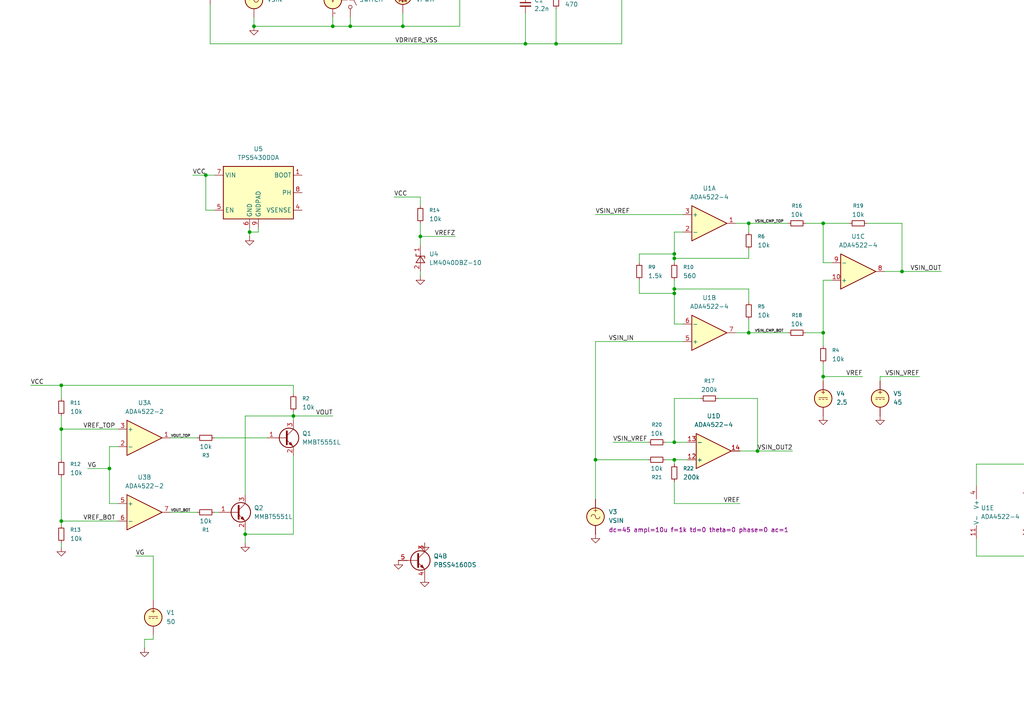
<source format=kicad_sch>
(kicad_sch (version 20250114) (generator "eeschema") (generator_version "9.0")
  (paper "A4")
  (junction (at 152.4 12.7))
  (junction (at 195.58 74.93))
  (junction (at 161.29 12.7))
  (junction (at 261.62 78.74))
  (junction (at 322.58 161.29))
  (junction (at 322.58 134.62))
  (junction (at 238.76 96.52))
  (junction (at 161.29 -3.81))
  (junction (at 101.6 -35.56))
  (junction (at 73.66 7.62))
  (junction (at 341.63 147.32))
  (junction (at 195.58 133.35))
  (junction (at 17.78 151.13))
  (junction (at 96.52 -35.56))
  (junction (at 238.76 109.22))
  (junction (at 195.58 73.66))
  (junction (at 17.78 111.76))
  (junction (at 161.29 -35.56))
  (junction (at 219.71 130.81))
  (junction (at 60.96 -13.97))
  (junction (at 96.52 -10.16))
  (junction (at 217.17 64.77))
  (junction (at 298.45 161.29))
  (junction (at 161.29 -20.32))
  (junction (at 116.84 7.62))
  (junction (at 17.78 124.46))
  (junction (at 331.47 161.29))
  (junction (at 31.75 135.89))
  (junction (at 172.72 133.35))
  (junction (at 121.92 68.58))
  (junction (at 71.12 154.94))
  (junction (at 217.17 96.52))
  (junction (at 311.15 161.29))
  (junction (at 101.6 7.62))
  (junction (at 96.52 7.62))
  (junction (at 195.58 85.09))
  (junction (at 238.76 64.77))
  (junction (at 341.63 161.29))
  (junction (at 72.39 67.31))
  (junction (at 331.47 134.62))
  (junction (at 298.45 134.62))
  (junction (at 195.58 83.82))
  (junction (at 59.69 50.8))
  (junction (at 195.58 128.27))
  (junction (at 85.09 120.65))
  (junction (at 311.15 134.62))
  (wire (pts (xy 121.92 57.15) (xy 121.92 59.69)))
  (wire (pts (xy 172.72 133.35) (xy 172.72 144.78)))
  (wire (pts (xy 261.62 78.74) (xy 273.05 78.74)))
  (wire (pts (xy 85.09 119.38) (xy 85.09 120.65)))
  (wire (pts (xy 121.92 78.74) (xy 121.92 80.01)))
  (wire (pts (xy 195.58 74.93) (xy 217.17 74.93)))
  (wire (pts (xy 41.91 185.42) (xy 41.91 187.96)))
  (wire (pts (xy 72.39 67.31) (xy 72.39 68.58)))
  (wire (pts (xy 214.63 146.05) (xy 195.58 146.05)))
  (wire (pts (xy 71.12 153.67) (xy 71.12 154.94)))
  (wire (pts (xy 195.58 67.31) (xy 195.58 73.66)))
  (wire (pts (xy 116.84 -10.16) (xy 119.38 -10.16)))
  (wire (pts (xy 31.75 129.54) (xy 34.29 129.54)))
  (wire (pts (xy 190.5 -5.08) (xy 190.5 -7.62)))
  (wire (pts (xy 96.52 7.62) (xy 101.6 7.62)))
  (wire (pts (xy 195.58 93.98) (xy 195.58 85.09)))
  (wire (pts (xy 133.35 -2.54) (xy 133.35 7.62)))
  (wire (pts (xy 213.36 64.77) (xy 217.17 64.77)))
  (wire (pts (xy 283.21 134.62) (xy 298.45 134.62)))
  (wire (pts (xy 195.58 133.35) (xy 199.39 133.35)))
  (wire (pts (xy 85.09 154.94) (xy 71.12 154.94)))
  (wire (pts (xy 238.76 64.77) (xy 238.76 76.2)))
  (wire (pts (xy 311.15 139.7) (xy 311.15 134.62)))
  (wire (pts (xy 59.69 60.96) (xy 59.69 50.8)))
  (wire (pts (xy 331.47 160.02) (xy 331.47 161.29)))
  (wire (pts (xy 261.62 78.74) (xy 256.54 78.74)))
  (wire (pts (xy 311.15 161.29) (xy 322.58 161.29)))
  (wire (pts (xy 198.12 93.98) (xy 195.58 93.98)))
  (wire (pts (xy 121.92 68.58) (xy 121.92 71.12)))
  (wire (pts (xy 73.66 7.62) (xy 96.52 7.62)))
  (wire (pts (xy 238.76 109.22) (xy 238.76 110.49)))
  (wire (pts (xy 161.29 12.7) (xy 180.34 12.7)))
  (wire (pts (xy 331.47 149.86) (xy 331.47 134.62)))
  (wire (pts (xy 101.6 -17.78) (xy 101.6 -5.08)))
  (wire (pts (xy 17.78 111.76) (xy 17.78 115.57)))
  (wire (pts (xy 55.88 -13.97) (xy 60.96 -13.97)))
  (wire (pts (xy 195.58 81.28) (xy 195.58 83.82)))
  (wire (pts (xy 217.17 92.71) (xy 217.17 96.52)))
  (wire (pts (xy 193.04 128.27) (xy 195.58 128.27)))
  (wire (pts (xy 238.76 96.52) (xy 238.76 100.33)))
  (wire (pts (xy 311.15 134.62) (xy 322.58 134.62)))
  (wire (pts (xy 17.78 138.43) (xy 17.78 151.13)))
  (wire (pts (xy 233.68 64.77) (xy 238.76 64.77)))
  (wire (pts (xy 57.15 127) (xy 49.53 127)))
  (wire (pts (xy 71.12 120.65) (xy 85.09 120.65)))
  (wire (pts (xy 172.72 99.06) (xy 198.12 99.06)))
  (wire (pts (xy 161.29 -20.32) (xy 161.29 -15.24)))
  (wire (pts (xy 101.6 7.62) (xy 101.6 5.08)))
  (wire (pts (xy 233.68 96.52) (xy 238.76 96.52)))
  (wire (pts (xy 219.71 115.57) (xy 219.71 130.81)))
  (wire (pts (xy 195.58 83.82) (xy 217.17 83.82)))
  (wire (pts (xy 31.75 135.89) (xy 31.75 129.54)))
  (wire (pts (xy 298.45 156.21) (xy 298.45 161.29)))
  (wire (pts (xy 161.29 -35.56) (xy 161.29 -31.75)))
  (wire (pts (xy 238.76 81.28) (xy 238.76 96.52)))
  (wire (pts (xy 152.4 -1.27) (xy 152.4 -3.81)))
  (wire (pts (xy 60.96 -17.78) (xy 60.96 -13.97)))
  (wire (pts (xy 121.92 68.58) (xy 132.08 68.58)))
  (wire (pts (xy 31.75 146.05) (xy 31.75 135.89)))
  (wire (pts (xy 161.29 -35.56) (xy 180.34 -35.56)))
  (wire (pts (xy 17.78 124.46) (xy 34.29 124.46)))
  (wire (pts (xy 185.42 73.66) (xy 195.58 73.66)))
  (wire (pts (xy 74.93 67.31) (xy 72.39 67.31)))
  (wire (pts (xy 17.78 124.46) (xy 17.78 133.35)))
  (wire (pts (xy 219.71 130.81) (xy 214.63 130.81)))
  (wire (pts (xy 311.15 154.94) (xy 311.15 161.29)))
  (wire (pts (xy 322.58 153.67) (xy 322.58 161.29)))
  (wire (pts (xy 62.23 148.59) (xy 63.5 148.59)))
  (wire (pts (xy 219.71 130.81) (xy 229.87 130.81)))
  (wire (pts (xy 17.78 151.13) (xy 34.29 151.13)))
  (wire (pts (xy 238.76 105.41) (xy 238.76 109.22)))
  (wire (pts (xy 55.88 50.8) (xy 59.69 50.8)))
  (wire (pts (xy 17.78 111.76) (xy 85.09 111.76)))
  (wire (pts (xy 74.93 66.04) (xy 74.93 67.31)))
  (wire (pts (xy 73.66 -10.16) (xy 73.66 -5.08)))
  (wire (pts (xy 195.58 115.57) (xy 195.58 128.27)))
  (wire (pts (xy 322.58 134.62) (xy 322.58 138.43)))
  (wire (pts (xy 261.62 64.77) (xy 261.62 78.74)))
  (wire (pts (xy 195.58 85.09) (xy 195.58 83.82)))
  (wire (pts (xy 341.63 134.62) (xy 331.47 134.62)))
  (wire (pts (xy 96.52 -17.78) (xy 96.52 -10.16)))
  (wire (pts (xy 298.45 134.62) (xy 311.15 134.62)))
  (wire (pts (xy 213.36 96.52) (xy 217.17 96.52)))
  (wire (pts (xy 161.29 -26.67) (xy 161.29 -20.32)))
  (wire (pts (xy 198.12 67.31) (xy 195.58 67.31)))
  (wire (pts (xy 331.47 134.62) (xy 331.47 132.08)))
  (wire (pts (xy 326.39 132.08) (xy 331.47 132.08)))
  (wire (pts (xy 217.17 96.52) (xy 228.6 96.52)))
  (wire (pts (xy 208.28 115.57) (xy 219.71 115.57)))
  (wire (pts (xy 17.78 158.75) (xy 17.78 157.48)))
  (wire (pts (xy 182.88 -20.32) (xy 204.47 -20.32)))
  (wire (pts (xy 77.47 127) (xy 62.23 127)))
  (wire (pts (xy 161.29 -5.08) (xy 161.29 -3.81)))
  (wire (pts (xy 283.21 156.21) (xy 283.21 161.29)))
  (wire (pts (xy 161.29 2.54) (xy 161.29 12.7)))
  (wire (pts (xy 238.76 109.22) (xy 250.19 109.22)))
  (wire (pts (xy 73.66 -10.16) (xy 96.52 -10.16)))
  (wire (pts (xy 41.91 185.42) (xy 44.45 185.42)))
  (wire (pts (xy 114.3 57.15) (xy 121.92 57.15)))
  (wire (pts (xy 60.96 -27.94) (xy 60.96 -35.56)))
  (wire (pts (xy 60.96 -13.97) (xy 60.96 -8.89)))
  (wire (pts (xy 283.21 161.29) (xy 298.45 161.29)))
  (wire (pts (xy 322.58 134.62) (xy 331.47 134.62)))
  (wire (pts (xy 185.42 85.09) (xy 195.58 85.09)))
  (wire (pts (xy 172.72 133.35) (xy 187.96 133.35)))
  (wire (pts (xy 34.29 146.05) (xy 31.75 146.05)))
  (wire (pts (xy 152.4 3.81) (xy 152.4 12.7)))
  (wire (pts (xy 185.42 76.2) (xy 185.42 73.66)))
  (wire (pts (xy 8.89 111.76) (xy 17.78 111.76)))
  (wire (pts (xy 255.27 109.22) (xy 266.7 109.22)))
  (wire (pts (xy 180.34 -10.16) (xy 180.34 12.7)))
  (wire (pts (xy 71.12 143.51) (xy 71.12 120.65)))
  (wire (pts (xy 217.17 64.77) (xy 217.17 67.31)))
  (wire (pts (xy 177.8 128.27) (xy 187.96 128.27)))
  (wire (pts (xy 172.72 99.06) (xy 172.72 133.35)))
  (wire (pts (xy 116.84 3.81) (xy 116.84 7.62)))
  (wire (pts (xy 283.21 140.97) (xy 283.21 134.62)))
  (wire (pts (xy 195.58 134.62) (xy 195.58 133.35)))
  (wire (pts (xy 195.58 73.66) (xy 195.58 74.93)))
  (wire (pts (xy 298.45 140.97) (xy 298.45 134.62)))
  (wire (pts (xy 341.63 157.48) (xy 341.63 161.29)))
  (wire (pts (xy 341.63 142.24) (xy 341.63 147.32)))
  (wire (pts (xy 152.4 12.7) (xy 161.29 12.7)))
  (wire (pts (xy 57.15 148.59) (xy 49.53 148.59)))
  (wire (pts (xy 121.92 64.77) (xy 121.92 68.58)))
  (wire (pts (xy 25.4 135.89) (xy 31.75 135.89)))
  (wire (pts (xy 101.6 -35.56) (xy 161.29 -35.56)))
  (wire (pts (xy 96.52 -35.56) (xy 101.6 -35.56)))
  (wire (pts (xy 298.45 161.29) (xy 311.15 161.29)))
  (wire (pts (xy 199.39 128.27) (xy 195.58 128.27)))
  (wire (pts (xy 96.52 -35.56) (xy 96.52 -27.94)))
  (wire (pts (xy 60.96 1.27) (xy 60.96 12.7)))
  (wire (pts (xy 85.09 132.08) (xy 85.09 154.94)))
  (wire (pts (xy 217.17 83.82) (xy 217.17 87.63)))
  (wire (pts (xy 60.96 -35.56) (xy 96.52 -35.56)))
  (wire (pts (xy 251.46 64.77) (xy 261.62 64.77)))
  (wire (pts (xy 238.76 81.28) (xy 241.3 81.28)))
  (wire (pts (xy 59.69 50.8) (xy 62.23 50.8)))
  (wire (pts (xy 39.37 161.29) (xy 44.45 161.29)))
  (wire (pts (xy 85.09 120.65) (xy 85.09 121.92)))
  (wire (pts (xy 172.72 62.23) (xy 198.12 62.23)))
  (wire (pts (xy 217.17 72.39) (xy 217.17 74.93)))
  (wire (pts (xy 73.66 5.08) (xy 73.66 7.62)))
  (wire (pts (xy 341.63 134.62) (xy 341.63 137.16)))
  (wire (pts (xy 341.63 147.32) (xy 341.63 152.4)))
  (wire (pts (xy 161.29 -20.32) (xy 172.72 -20.32)))
  (wire (pts (xy 96.52 -10.16) (xy 96.52 -5.08)))
  (wire (pts (xy 96.52 7.62) (xy 96.52 5.08)))
  (wire (pts (xy 217.17 64.77) (xy 228.6 64.77)))
  (wire (pts (xy 180.34 -35.56) (xy 180.34 -30.48)))
  (wire (pts (xy 322.58 161.29) (xy 331.47 161.29)))
  (wire (pts (xy 62.23 60.96) (xy 59.69 60.96)))
  (wire (pts (xy 60.96 12.7) (xy 152.4 12.7)))
  (wire (pts (xy 238.76 76.2) (xy 241.3 76.2)))
  (wire (pts (xy 17.78 152.4) (xy 17.78 151.13)))
  (wire (pts (xy 116.84 7.62) (xy 101.6 7.62)))
  (wire (pts (xy 193.04 133.35) (xy 195.58 133.35)))
  (wire (pts (xy 133.35 7.62) (xy 116.84 7.62)))
  (wire (pts (xy 85.09 114.3) (xy 85.09 111.76)))
  (wire (pts (xy 185.42 81.28) (xy 185.42 85.09)))
  (wire (pts (xy 255.27 109.22) (xy 255.27 110.49)))
  (wire (pts (xy 44.45 184.15) (xy 44.45 185.42)))
  (wire (pts (xy 96.52 120.65) (xy 85.09 120.65)))
  (wire (pts (xy 101.6 -35.56) (xy 101.6 -27.94)))
  (wire (pts (xy 195.58 115.57) (xy 203.2 115.57)))
  (wire (pts (xy 71.12 154.94) (xy 71.12 157.48)))
  (wire (pts (xy 124.46 -10.16) (xy 128.27 -10.16)))
  (wire (pts (xy 72.39 66.04) (xy 72.39 67.31)))
  (wire (pts (xy 44.45 161.29) (xy 44.45 173.99)))
  (wire (pts (xy 341.63 147.32) (xy 347.98 147.32)))
  (wire (pts (xy 195.58 146.05) (xy 195.58 139.7)))
  (wire (pts (xy 116.84 -10.16) (xy 116.84 -6.35)))
  (wire (pts (xy 161.29 -3.81) (xy 161.29 -2.54)))
  (wire (pts (xy 238.76 64.77) (xy 246.38 64.77)))
  (wire (pts (xy 138.43 -10.16) (xy 153.67 -10.16)))
  (wire (pts (xy 195.58 74.93) (xy 195.58 76.2)))
  (wire (pts (xy 152.4 -3.81) (xy 161.29 -3.81)))
  (wire (pts (xy 331.47 161.29) (xy 341.63 161.29)))
  (wire (pts (xy 17.78 120.65) (xy 17.78 124.46)))
  (label "VOUT_TOP" (at 49.53 127 0) (effects (font (size 0.762 0.762))))
  (label "VDRIVER_BASE" (at 161.29 -20.32 180))
  (label "VREFZ" (at 132.08 68.58 180))
  (label "VSIN_CMP_BOT" (at 227.33 96.52 180) (effects (font (size 0.762 0.762))))
  (label "VSIN_VREF" (at 266.7 109.22 180))
  (label "VREF_TOP" (at 24.13 124.46 0))
  (label "VREF" (at 214.63 146.05 180))
  (label "VSIN_CMP_TOP" (at 227.33 64.77 180) (effects (font (size 0.762 0.762))))
  (label "VDRIVER_VSS" (at 127 12.7 180))
  (label "VSIN_IN" (at 176.53 99.06 0))
  (label "VOUT" (at 96.52 120.65 180))
  (label "VSIN_OUT" (at 273.05 78.74 180))
  (label "VCC" (at 55.88 50.8 0))
  (label "VMID" (at 347.98 147.32 180))
  (label "VCC" (at 114.3 57.15 0))
  (label "VREF_BOT" (at 24.13 151.13 0))
  (label "VSIN_VREF" (at 172.72 62.23 0))
  (label "VOUT_BOT" (at 49.53 148.59 0) (effects (font (size 0.762 0.762))))
  (label "VDRIVER_OUT" (at 204.47 -20.32 180))
  (label "VREF" (at 250.19 109.22 180))
  (label "VDRIVER_SW" (at 150.495 -10.16 180))
  (label "VDRIVER_IN" (at 90.17 -10.16 180))
  (label "VCC" (at 8.89 111.76 0))
  (label "VG" (at 25.4 135.89 0))
  (label "VCC" (at 326.39 132.08 0))
  (label "VSIN_VREF" (at 177.8 128.27 0))
  (label "VG" (at 39.37 161.29 0))
  (label "VSIN_OUT2" (at 229.87 130.81 180))
  (label "VDRIVER_VCC" (at 125.73 -35.56 180))
  (symbol (lib_id "Simulation_SPICE:VDC") (at 44.45 179.07 0) (unit 1) (exclude_from_sim yes)
    (property "Reference" "V1" (at 48.26 177.6701 0) (effects (justify left)))
    (property "Value" "50" (at 48.26 180.34 0) (effects (justify left)))
    (property "Datasheet" "https://ngspice.sourceforge.io/docs/ngspice-html-manual/manual.xhtml#sec_Independent_Sources_for" (effects (hide yes)))
    (property "Description" "Voltage source, DC" (effects (hide yes)))
    (property "Sim.Pins" "1=+ 2=-" (effects (hide yes)))
    (property "Sim.Type" "DC" (effects (hide yes)))
    (property "Sim.Device" "V" (effects (hide yes)))
  )
  (symbol (lib_id "Simulation_SPICE:VDC") (at 255.27 115.57 0) (unit 1) (exclude_from_sim yes)
    (property "Reference" "V5" (at 259.08 114.1701 0) (effects (justify left)))
    (property "Value" "45" (at 259.08 116.7101 0) (effects (justify left)))
    (property "Datasheet" "https://ngspice.sourceforge.io/docs/ngspice-html-manual/manual.xhtml#sec_Independent_Sources_for" (effects (hide yes)))
    (property "Description" "Voltage source, DC" (effects (hide yes)))
    (property "Sim.Pins" "1=+ 2=-" (effects (hide yes)))
    (property "Sim.Type" "DC" (effects (hide yes)))
    (property "Sim.Device" "V" (effects (hide yes)))
  )
  (symbol (lib_id "Device:R_Small") (at 161.29 0 180) (unit 1)
    (property "Reference" "R23" (at 163.83 -1.2701 0) (effects (font (size 1.016 1.016)) (justify right)))
    (property "Value" "470" (at 163.83 1.2699 0) (effects (justify right)))
    (property "Description" "Resistor, small symbol" (effects (hide yes)))
    (property "Sim.Device" "R" (effects (hide yes)))
    (property "Sim.Pins" "1=+ 2=-" (effects (hide yes)))
  )
  (symbol (lib_id "Device:R_Small") (at 248.92 64.77 270) (unit 1) (exclude_from_sim yes)
    (property "Reference" "R19" (at 248.92 59.69 90) (effects (font (size 1.016 1.016))))
    (property "Value" "10k" (at 248.92 62.23 90))
    (property "Description" "Resistor, small symbol" (effects (hide yes)))
    (property "Sim.Device" "R" (effects (hide yes)))
    (property "Sim.Pins" "1=+ 2=-" (effects (hide yes)))
  )
  (symbol (lib_id "power:GND") (at 190.5 -5.08 0) (unit 1)
    (property "Reference" "#PWR015" (effects (hide yes)))
    (property "Value" "GND" (effects (hide yes)))
    (property "Description" "Power symbol creates a global label with name \"GND\" , ground" (effects (hide yes)))
  )
  (symbol (lib_id "Simulation_SPICE:VSIN") (at 73.66 0 0) (unit 1)
    (property "Reference" "V8" (at 77.47 -2.6699 0) (effects (justify left)))
    (property "Value" "VSIN" (at 77.47 -0.1299 0) (effects (justify left)))
    (property "Datasheet" "https://ngspice.sourceforge.io/docs/ngspice-html-manual/manual.xhtml#sec_Independent_Sources_for" (effects (hide yes)))
    (property "Description" "Voltage source, sinusoidal" (effects (hide yes)))
    (property "Sim.Pins" "1=+ 2=-" (effects (hide yes)))
    (property "Sim.Params" "dc=2.5 ampl=2.5 f=1k td=0 theta=0 phase=0 ac=1" (effects (hide yes)))
    (property "Sim.Type" "SIN" (effects (hide yes)))
    (property "Sim.Device" "V" (effects (hide yes)))
  )
  (symbol (lib_id "Device:R_Small") (at 195.58 137.16 180) (unit 1) (exclude_from_sim yes)
    (property "Reference" "R22" (at 198.12 135.8899 0) (effects (font (size 1.016 1.016)) (justify right)))
    (property "Value" "200k" (at 198.12 138.4299 0) (effects (justify right)))
    (property "Description" "Resistor, small symbol" (effects (hide yes)))
    (property "Sim.Device" "R" (effects (hide yes)))
    (property "Sim.Pins" "1=+ 2=-" (effects (hide yes)))
  )
  (symbol (lib_id "Device:R_Small") (at 59.69 127 270) (mirror x) (unit 1) (exclude_from_sim yes)
    (property "Reference" "R3" (at 59.69 132.08 90) (effects (font (size 1.016 1.016))))
    (property "Value" "10k" (at 59.69 129.54 90))
    (property "Description" "Resistor, small symbol" (effects (hide yes)))
    (property "Sim.Device" "R" (effects (hide yes)))
    (property "Sim.Pins" "1=+ 2=-" (effects (hide yes)))
  )
  (symbol (lib_id "Device:R_Small") (at 341.63 139.7 180) (unit 1) (exclude_from_sim yes)
    (property "Reference" "R7" (at 344.17 138.4299 0) (effects (font (size 1.016 1.016)) (justify right)))
    (property "Value" "10k" (at 344.17 140.9699 0) (effects (justify right)))
    (property "Description" "Resistor, small symbol" (effects (hide yes)))
    (property "Sim.Device" "R" (effects (hide yes)))
    (property "Sim.Pins" "1=+ 2=-" (effects (hide yes)))
  )
  (symbol (lib_id "Simulation_SPICE:SWITCH") (at 101.6 0 0) (unit 1)
    (property "Reference" "S2" (at 104.14 -2.6671 0) (effects (justify left)))
    (property "Value" "SWITCH" (at 104.14 -0.1271 0) (effects (justify left)))
    (property "Datasheet" "https://ngspice.sourceforge.io/docs/ngspice-html-manual/manual.xhtml#subsec_Switches" (effects (hide yes)))
    (property "Description" "Voltage controlled switch symbol for simulation only" (effects (hide yes)))
    (property "Sim.Device" "SW" (effects (hide yes)))
    (property "Sim.Type" "V" (effects (hide yes)))
    (property "Sim.Params" "thr=5 his=5 ron=1 ic=on" (effects (hide yes)))
    (property "Sim.Pins" "1=no+ 2=no- 3=ctrl+ 4=ctrl-" (effects (hide yes)))
  )
  (symbol (lib_id "Device:R_Small") (at 17.78 154.94 180) (unit 1) (exclude_from_sim yes)
    (property "Reference" "R13" (at 20.32 153.6699 0) (effects (font (size 1.016 1.016)) (justify right)))
    (property "Value" "10k" (at 20.32 156.2099 0) (effects (justify right)))
    (property "Description" "Resistor, small symbol" (effects (hide yes)))
    (property "Sim.Device" "R" (effects (hide yes)))
    (property "Sim.Pins" "1=+ 2=-" (effects (hide yes)))
  )
  (symbol (lib_id "power:GND") (at 115.57 162.56 0) (unit 1) (exclude_from_sim yes)
    (property "Reference" "#PWR011" (effects (hide yes)))
    (property "Value" "GND" (effects (hide yes)))
    (property "Description" "Power symbol creates a global label with name \"GND\" , ground" (effects (hide yes)))
  )
  (symbol (lib_id "Device:R_Small") (at 195.58 78.74 180) (unit 1) (exclude_from_sim yes)
    (property "Reference" "R10" (at 198.12 77.4699 0) (effects (font (size 1.016 1.016)) (justify right)))
    (property "Value" "560" (at 198.12 80.0099 0) (effects (justify right)))
    (property "Description" "Resistor, small symbol" (effects (hide yes)))
    (property "Sim.Device" "R" (effects (hide yes)))
    (property "Sim.Pins" "1=+ 2=-" (effects (hide yes)))
  )
  (symbol (lib_id "power:GND") (at 73.66 7.62 0) (unit 1)
    (property "Reference" "#PWR016" (effects (hide yes)))
    (property "Value" "GND" (effects (hide yes)))
    (property "Description" "Power symbol creates a global label with name \"GND\" , ground" (effects (hide yes)))
  )
  (symbol (lib_id "Device:R_Small") (at 231.14 96.52 270) (unit 1) (exclude_from_sim yes)
    (property "Reference" "R18" (at 231.14 91.44 90) (effects (font (size 1.016 1.016))))
    (property "Value" "10k" (at 231.14 93.98 90))
    (property "Description" "Resistor, small symbol" (effects (hide yes)))
    (property "Sim.Device" "R" (effects (hide yes)))
    (property "Sim.Pins" "1=+ 2=-" (effects (hide yes)))
  )
  (symbol (lib_id "power:GND") (at 341.63 161.29 0) (unit 1) (exclude_from_sim yes)
    (property "Reference" "#PWR07" (effects (hide yes)))
    (property "Value" "GND" (effects (hide yes)))
    (property "Description" "Power symbol creates a global label with name \"GND\" , ground" (effects (hide yes)))
  )
  (symbol (lib_name "VPWM_1") (lib_id "mixlib-sim-vsource:VPWM") (at 116.84 -1.27 0) (unit 1)
    (property "Reference" "V10" (at 120.65 -2.6699 0) (effects (justify left)))
    (property "Value" "VPWM" (at 120.65 -0.1299 0) (effects (justify left)))
    (property "Datasheet" "https://ngspice.sourceforge.io/docs/ngspice-html-manual/manual.xhtml#sec_Independent_Sources_for" (effects (hide yes)))
    (property "Description" "Fixed PWM oscillator" (effects (hide yes)))
    (property "Sim.Pins" "1=out+ 2=out-" (effects (hide yes)))
    (property "Sim.Device" "SUBCKT" (effects (hide yes)))
    (property "Sim.Library" "${MIXLIB_KICAD_SPICE_DIR}/mixlib-sim-vsource/PWM.cir" (effects (hide yes)))
    (property "Sim.Name" "PWM" (effects (hide yes)))
    (property "Sim.Params" "vlo=0 vhi=5" (effects (hide yes)))
  )
  (symbol (lib_id "power:GND") (at 121.92 80.01 0) (unit 1) (exclude_from_sim yes)
    (property "Reference" "#PWR04" (effects (hide yes)))
    (property "Value" "GND" (effects (hide yes)))
    (property "Description" "Power symbol creates a global label with name \"GND\" , ground" (effects (hide yes)))
  )
  (symbol (lib_id "power:GND") (at 238.76 120.65 0) (unit 1) (exclude_from_sim yes)
    (property "Reference" "#PWR05" (effects (hide yes)))
    (property "Value" "GND" (effects (hide yes)))
    (property "Description" "Power symbol creates a global label with name \"GND\" , ground" (effects (hide yes)))
  )
  (symbol (lib_id "power:GND") (at 72.39 68.58 0) (unit 1)
    (property "Reference" "#PWR09" (effects (hide yes)))
    (property "Value" "GND" (effects (hide yes)))
    (property "Description" "Power symbol creates a global label with name \"GND\" , ground" (effects (hide yes)))
  )
  (symbol (lib_id "mixlib-analog-opamp:MCP6404") (at 361.95 106.68 0) (mirror x) (unit 4) (exclude_from_sim yes)
    (property "Reference" "U2" (at 368.3 100.33 0))
    (property "Value" "MCP6404" (at 368.3 102.87 0))
    (property "Footprint" "Package_SO:SOIC-14_3.9x8.7mm_P1.27mm" (effects (hide yes)))
    (property "Datasheet" "https://ww1.microchip.com/downloads/aemDocuments/documents/MSLD/ProductDocuments/DataSheets/MCP6401-Data-Sheet-DS20002229.pdf" (effects (hide yes)))
    (property "Description" "1 MHz, 45 μA, 6V Dual Op-Amp" (effects (hide yes)))
    (property "Sim.Device" "SUBCKT" (effects (hide yes)))
    (property "Sim.Library" "spice/mixlib-analog-opamp/MCP6404.cir" (effects (hide yes)))
    (property "Sim.Name" "MCP6404" (effects (hide yes)))
    (property "Sim.Pins" "1=VOUTA 2=VINA- 3=VINA+ 4=VDD 5=VINB+ 6=VINB- 7=VOUTB 8=VOUTC 9=VINC- 10=VINC+ 11=VSS 12=VIND+ 13=VIND- 14=VOUTD" (effects (hide yes)))
  )
  (symbol (lib_id "mixlib-analog-opamp:ADA4522-4") (at 207.01 130.81 0) (mirror x) (unit 4) (exclude_from_sim yes)
    (property "Reference" "U1" (at 207.01 120.65 0))
    (property "Value" "ADA4522-4" (at 207.01 123.19 0))
    (property "Datasheet" "https://www.analog.com/media/en/technical-documentation/data-sheets/ada4522-1_4522-2_4522-4.pdf" (effects (hide yes)))
    (property "Description" "55 V supply, 5uV max Vos, 3MHz GBW, EMI Enhanced, Zero Drift, 5.8 nV/√Hz, RRO quad operational amplifiers" (effects (hide yes)))
    (property "Sim.Device" "SUBCKT" (effects (hide yes)))
    (property "Sim.Library" "${MIXLIB_KICAD_SPICE_DIR}/mixlib-analog-opamp/ADA4522-4.cir" (effects (hide yes)))
    (property "Sim.Name" "ADA4522-4" (effects (hide yes)))
    (property "Sim.Pins" "1=OUTA 2=INA- 3=INA+ 4=V+ 5=INB+ 6=INB- 7=OUTB 8=OUTC 9=INC- 10=INC+ 11=V- 12=IND+ 13=IND- 14=OUTD" (effects (hide yes)))
  )
  (symbol (lib_id "mixlib-analog-opamp:ADA4522-2") (at 41.91 127 0) (unit 1) (exclude_from_sim yes)
    (property "Reference" "U3" (at 41.91 116.84 0))
    (property "Value" "ADA4522-2" (at 41.91 119.38 0))
    (property "Datasheet" "https://www.analog.com/media/en/technical-documentation/data-sheets/ada4522-1_4522-2_4522-4.pdf" (effects (hide yes)))
    (property "Description" "55 V supply, 5uV max Vos, 3MHz GBW, EMI Enhanced, Zero Drift, 5.8 nV/√Hz, RRO dual operational amplifiers" (effects (hide yes)))
    (property "Sim.Library" "spice/mixlib-analog-opamp/ADA4522-2.cir" (effects (hide yes)))
    (property "Sim.Name" "ADA4522-2" (effects (hide yes)))
    (property "Sim.Device" "SUBCKT" (effects (hide yes)))
    (property "Sim.Pins" "1=OUTA 2=INA- 3=INA+ 4=V- 5=INB+ 6=INB- 7=OUTB 8=V+" (effects (hide yes)))
  )
  (symbol (lib_id "Device:R_Small") (at 85.09 116.84 180) (unit 1) (exclude_from_sim yes)
    (property "Reference" "R2" (at 87.63 115.5699 0) (effects (font (size 1.016 1.016)) (justify right)))
    (property "Value" "10k" (at 87.63 118.1099 0) (effects (justify right)))
    (property "Description" "Resistor, small symbol" (effects (hide yes)))
    (property "Sim.Device" "R" (effects (hide yes)))
    (property "Sim.Pins" "1=+ 2=-" (effects (hide yes)))
  )
  (symbol (lib_id "Device:R_Small") (at 341.63 154.94 180) (unit 1) (exclude_from_sim yes)
    (property "Reference" "R8" (at 344.17 153.6699 0) (effects (font (size 1.016 1.016)) (justify right)))
    (property "Value" "10k" (at 344.17 156.2099 0) (effects (justify right)))
    (property "Description" "Resistor, small symbol" (effects (hide yes)))
    (property "Sim.Device" "R" (effects (hide yes)))
    (property "Sim.Pins" "1=+ 2=-" (effects (hide yes)))
  )
  (symbol (lib_id "Device:R_Small") (at 190.5 133.35 270) (mirror x) (unit 1) (exclude_from_sim yes)
    (property "Reference" "R21" (at 190.5 138.43 90) (effects (font (size 1.016 1.016))))
    (property "Value" "10k" (at 190.5 135.89 90))
    (property "Description" "Resistor, small symbol" (effects (hide yes)))
    (property "Sim.Device" "R" (effects (hide yes)))
    (property "Sim.Pins" "1=+ 2=-" (effects (hide yes)))
  )
  (symbol (lib_id "power:GND") (at 17.78 158.75 0) (unit 1) (exclude_from_sim yes)
    (property "Reference" "#PWR02" (effects (hide yes)))
    (property "Value" "GND" (effects (hide yes)))
    (property "Description" "Power symbol creates a global label with name \"GND\" , ground" (effects (hide yes)))
  )
  (symbol (lib_id "Device:R_Small") (at 17.78 135.89 180) (unit 1) (exclude_from_sim yes)
    (property "Reference" "R12" (at 20.32 134.6199 0) (effects (font (size 1.016 1.016)) (justify right)))
    (property "Value" "10k" (at 20.32 137.1599 0) (effects (justify right)))
    (property "Description" "Resistor, small symbol" (effects (hide yes)))
    (property "Sim.Device" "R" (effects (hide yes)))
    (property "Sim.Pins" "1=+ 2=-" (effects (hide yes)))
  )
  (symbol (lib_id "mixlib-discrete-npnpnp:PMD3001D") (at 180.34 -25.4 0) (unit 1)
    (property "Reference" "Q3" (at 187.96 -26.7402 0))
    (property "Value" "PMD3001D" (at 187.96 -24.2002 0))
    (property "Footprint" "mixlib-generic-sot:SC-74_SOT-457_NEX" (effects (hide yes)))
    (property "Datasheet" "https://assets.nexperia.com/documents/data-sheet/PMD3001D.pdf" (effects (hide yes)))
    (property "Description" "40V 1A 580mW MOSFET driver NPN/PNP transistor pair connected as push-pull driver" (effects (hide yes)))
    (property "Sim.Library" "${MIXLIB_KICAD_SPICE_DIR}/mixlib-discrete-npnpnp/PMD3001D.cir" (effects (hide yes)))
    (property "Sim.Name" "PMD3001D" (effects (hide yes)))
    (property "Sim.Device" "SUBCKT" (effects (hide yes)))
    (property "Sim.Pins" "1=B 2=C2_1 3=C2_2 4=E 5=C1_1 6=C1_2" (effects (hide yes)))
  )
  (symbol (lib_id "Simulation_SPICE:VDC") (at 60.96 -3.81 180) (unit 1)
    (property "Reference" "V7" (at 64.77 -4.9503 0) (effects (justify right)))
    (property "Value" "-5" (at 64.77 -2.4103 0) (effects (justify right)))
    (property "Datasheet" "https://ngspice.sourceforge.io/docs/ngspice-html-manual/manual.xhtml#sec_Independent_Sources_for" (effects (hide yes)))
    (property "Description" "Voltage source, DC" (effects (hide yes)))
    (property "Sim.Pins" "1=+ 2=-" (effects (hide yes)))
    (property "Sim.Type" "DC" (effects (hide yes)))
    (property "Sim.Device" "V" (effects (hide yes)))
  )
  (symbol (lib_id "Device:R_Small") (at 161.29 -29.21 180) (unit 1)
    (property "Reference" "R15" (at 163.83 -30.4801 0) (effects (font (size 1.016 1.016)) (justify right)))
    (property "Value" "4.7k" (at 163.83 -27.9401 0) (effects (justify right)))
    (property "Description" "Resistor, small symbol" (effects (hide yes)))
    (property "Sim.Device" "R" (effects (hide yes)))
    (property "Sim.Pins" "1=+ 2=-" (effects (hide yes)))
  )
  (symbol (lib_id "mixlib-analog-opamp:ADA4522-2") (at 325.12 146.05 0) (unit 3) (exclude_from_sim yes)
    (property "Reference" "U3" (at 323.85 144.7799 0) (effects (justify left)))
    (property "Value" "ADA4522-2" (at 323.85 147.3199 0) (effects (justify left)))
    (property "Datasheet" "https://www.analog.com/media/en/technical-documentation/data-sheets/ada4522-1_4522-2_4522-4.pdf" (effects (hide yes)))
    (property "Description" "55 V supply, 5uV max Vos, 3MHz GBW, EMI Enhanced, Zero Drift, 5.8 nV/√Hz, RRO dual operational amplifiers" (effects (hide yes)))
    (property "Sim.Library" "spice/mixlib-analog-opamp/ADA4522-2.cir" (effects (hide yes)))
    (property "Sim.Name" "ADA4522-2" (effects (hide yes)))
    (property "Sim.Device" "SUBCKT" (effects (hide yes)))
    (property "Sim.Pins" "1=OUTA 2=INA- 3=INA+ 4=V- 5=INB+ 6=INB- 7=OUTB 8=V+" (effects (hide yes)))
  )
  (symbol (lib_id "mixlib-analog-opamp:ADA4522-4") (at 248.92 78.74 0) (mirror x) (unit 3) (exclude_from_sim yes)
    (property "Reference" "U1" (at 248.92 68.58 0))
    (property "Value" "ADA4522-4" (at 248.92 71.12 0))
    (property "Datasheet" "https://www.analog.com/media/en/technical-documentation/data-sheets/ada4522-1_4522-2_4522-4.pdf" (effects (hide yes)))
    (property "Description" "55 V supply, 5uV max Vos, 3MHz GBW, EMI Enhanced, Zero Drift, 5.8 nV/√Hz, RRO quad operational amplifiers" (effects (hide yes)))
    (property "Sim.Device" "SUBCKT" (effects (hide yes)))
    (property "Sim.Library" "${MIXLIB_KICAD_SPICE_DIR}/mixlib-analog-opamp/ADA4522-4.cir" (effects (hide yes)))
    (property "Sim.Name" "ADA4522-4" (effects (hide yes)))
    (property "Sim.Pins" "1=OUTA 2=INA- 3=INA+ 4=V+ 5=INB+ 6=INB- 7=OUTB 8=OUTC 9=INC- 10=INC+ 11=V- 12=IND+ 13=IND- 14=OUTD" (effects (hide yes)))
  )
  (symbol (lib_id "mixlib-discrete-npnpnp:MMDT5451") (at 133.35 -10.16 270) (mirror x) (unit 2)
    (property "Reference" "Q5" (at 133.35 -15.875 90))
    (property "Value" "MMDT5451" (at 133.35 -13.335 90))
    (property "Footprint" "mixlib-generic-sot:SOT-363_SC-70-6" (effects (hide yes)))
    (property "Datasheet" "https://www.diodes.com/datasheet/download/MMDT5451.pdf" (effects (hide yes)))
    (property "Description" "160V 0.2A 0.32W COMPLEMENTARY NPN / PNP SMALL SIGNAL TRANSISTOR IN SOT363" (effects (hide yes)))
    (property "Sim.Device" "SUBCKT" (effects (hide yes)))
    (property "Sim.Library" "${MIXLIB_KICAD_SPICE_DIR}/mixlib-discrete-npnpnp/MMDT5451.cir" (effects (hide yes)))
    (property "Sim.Name" "MMDT5451" (effects (hide yes)))
    (property "Sim.Pins" "1=C1 2=B1 3=C2 4=E2 5=B2 6=E1" (effects (hide yes)))
  )
  (symbol (lib_id "Device:R_Small") (at 121.92 -10.16 270) (unit 1)
    (property "Reference" "R25" (at 121.92 -15.24 90) (effects (font (size 1.016 1.016))))
    (property "Value" "10k" (at 121.92 -12.7 90))
    (property "Description" "Resistor, small symbol" (effects (hide yes)))
    (property "Sim.Device" "R" (effects (hide yes)))
    (property "Sim.Pins" "1=+ 2=-" (effects (hide yes)))
  )
  (symbol (lib_id "Device:R_Small") (at 238.76 102.87 180) (unit 1) (exclude_from_sim yes)
    (property "Reference" "R4" (at 241.3 101.5999 0) (effects (font (size 1.016 1.016)) (justify right)))
    (property "Value" "10k" (at 241.3 104.1399 0) (effects (justify right)))
    (property "Description" "Resistor, small symbol" (effects (hide yes)))
    (property "Sim.Device" "R" (effects (hide yes)))
    (property "Sim.Pins" "1=+ 2=-" (effects (hide yes)))
  )
  (symbol (lib_id "mixlib-analog-opamp:MCP6404") (at 408.94 57.15 0) (mirror x) (unit 3) (exclude_from_sim yes)
    (property "Reference" "U2" (at 410.21 46.99 0))
    (property "Value" "MCP6404" (at 410.21 49.53 0))
    (property "Footprint" "Package_SO:SOIC-14_3.9x8.7mm_P1.27mm" (effects (hide yes)))
    (property "Datasheet" "https://ww1.microchip.com/downloads/aemDocuments/documents/MSLD/ProductDocuments/DataSheets/MCP6401-Data-Sheet-DS20002229.pdf" (effects (hide yes)))
    (property "Description" "1 MHz, 45 μA, 6V Dual Op-Amp" (effects (hide yes)))
    (property "Sim.Device" "SUBCKT" (effects (hide yes)))
    (property "Sim.Library" "spice/mixlib-analog-opamp/MCP6404.cir" (effects (hide yes)))
    (property "Sim.Name" "MCP6404" (effects (hide yes)))
    (property "Sim.Pins" "1=VOUTA 2=VINA- 3=VINA+ 4=VDD 5=VINB+ 6=VINB- 7=VOUTB 8=VOUTC 9=VINC- 10=VINC+ 11=VSS 12=VIND+ 13=VIND- 14=VOUTD" (effects (hide yes)))
  )
  (symbol (lib_id "mixlib-analog-opamp:ADA4522-2") (at 41.91 148.59 0) (unit 2) (exclude_from_sim yes)
    (property "Reference" "U3" (at 41.91 138.43 0))
    (property "Value" "ADA4522-2" (at 41.91 140.97 0))
    (property "Datasheet" "https://www.analog.com/media/en/technical-documentation/data-sheets/ada4522-1_4522-2_4522-4.pdf" (effects (hide yes)))
    (property "Description" "55 V supply, 5uV max Vos, 3MHz GBW, EMI Enhanced, Zero Drift, 5.8 nV/√Hz, RRO dual operational amplifiers" (effects (hide yes)))
    (property "Sim.Library" "spice/mixlib-analog-opamp/ADA4522-2.cir" (effects (hide yes)))
    (property "Sim.Name" "ADA4522-2" (effects (hide yes)))
    (property "Sim.Device" "SUBCKT" (effects (hide yes)))
    (property "Sim.Pins" "1=OUTA 2=INA- 3=INA+ 4=V- 5=INB+ 6=INB- 7=OUTB 8=V+" (effects (hide yes)))
  )
  (symbol (lib_id "Reference_Voltage:LM4040DBZ-10") (at 121.92 74.93 90) (unit 1) (exclude_from_sim yes)
    (property "Reference" "U4" (at 124.46 73.6599 90) (effects (justify right)))
    (property "Value" "LM4040DBZ-10" (at 124.46 76.1999 90) (effects (justify right)))
    (property "Footprint" "Package_TO_SOT_SMD:SOT-23" (effects (hide yes)))
    (property "Datasheet" "http://www.ti.com/lit/ds/symlink/lm4040-n.pdf" (effects (hide yes)))
    (property "Description" "10.00V Precision Micropower Shunt Voltage Reference, SOT-23" (effects (hide yes)))
    (property "Sim.Library" "spice/mixlib-discrete-vref/vendor/ti/TI_LM4040_NB10P0_TRANS.cir" (effects (hide yes)))
    (property "Sim.Name" "LM4040_NB10P0" (effects (hide yes)))
    (property "Sim.Device" "SUBCKT" (effects (hide yes)))
    (property "Sim.Pins" "1=V+ 2=V-" (effects (hide yes)))
  )
  (symbol (lib_id "Simulation_SPICE:SWITCH") (at 101.6 -22.86 0) (unit 1)
    (property "Reference" "S1" (at 104.14 -25.5271 0) (effects (justify left)))
    (property "Value" "SWITCH" (at 104.14 -22.9871 0) (effects (justify left)))
    (property "Datasheet" "https://ngspice.sourceforge.io/docs/ngspice-html-manual/manual.xhtml#subsec_Switches" (effects (hide yes)))
    (property "Description" "Voltage controlled switch symbol for simulation only" (effects (hide yes)))
    (property "Sim.Device" "SW" (effects (hide yes)))
    (property "Sim.Type" "V" (effects (hide yes)))
    (property "Sim.Params" "thr=0 his=5 ron=1 ic=off" (effects (hide yes)))
    (property "Sim.Pins" "1=no+ 2=no- 3=ctrl+ 4=ctrl-" (effects (hide yes)))
  )
  (symbol (lib_id "mixlib-analog-opamp:ADA4522-4") (at 285.75 148.59 0) (unit 5) (exclude_from_sim yes)
    (property "Reference" "U1" (at 284.48 147.3199 0) (effects (justify left)))
    (property "Value" "ADA4522-4" (at 284.48 149.8599 0) (effects (justify left)))
    (property "Datasheet" "https://www.analog.com/media/en/technical-documentation/data-sheets/ada4522-1_4522-2_4522-4.pdf" (effects (hide yes)))
    (property "Description" "55 V supply, 5uV max Vos, 3MHz GBW, EMI Enhanced, Zero Drift, 5.8 nV/√Hz, RRO quad operational amplifiers" (effects (hide yes)))
    (property "Sim.Device" "SUBCKT" (effects (hide yes)))
    (property "Sim.Library" "${MIXLIB_KICAD_SPICE_DIR}/mixlib-analog-opamp/ADA4522-4.cir" (effects (hide yes)))
    (property "Sim.Name" "ADA4522-4" (effects (hide yes)))
    (property "Sim.Pins" "1=OUTA 2=INA- 3=INA+ 4=V+ 5=INB+ 6=INB- 7=OUTB 8=OUTC 9=INC- 10=INC+ 11=V- 12=IND+ 13=IND- 14=OUTD" (effects (hide yes)))
  )
  (symbol (lib_id "Device:R_Small") (at 59.69 148.59 270) (mirror x) (unit 1) (exclude_from_sim yes)
    (property "Reference" "R1" (at 59.69 153.67 90) (effects (font (size 1.016 1.016))))
    (property "Value" "10k" (at 59.69 151.13 90))
    (property "Description" "Resistor, small symbol" (effects (hide yes)))
    (property "Sim.Device" "R" (effects (hide yes)))
    (property "Sim.Pins" "1=+ 2=-" (effects (hide yes)))
  )
  (symbol (lib_id "power:GND") (at 172.72 154.94 0) (unit 1) (exclude_from_sim yes)
    (property "Reference" "#PWR03" (effects (hide yes)))
    (property "Value" "GND" (effects (hide yes)))
    (property "Description" "Power symbol creates a global label with name \"GND\" , ground" (effects (hide yes)))
  )
  (symbol (lib_id "Simulation_SPICE:VSIN") (at 172.72 149.86 0) (unit 1) (exclude_from_sim yes)
    (property "Reference" "V3" (at 176.53 148.4601 0) (effects (justify left)))
    (property "Value" "VSIN" (at 176.53 151.0001 0) (effects (justify left)))
    (property "Datasheet" "https://ngspice.sourceforge.io/docs/ngspice-html-manual/manual.xhtml#sec_Independent_Sources_for" (effects (hide yes)))
    (property "Description" "Voltage source, sinusoidal" (effects (hide yes)))
    (property "Sim.Pins" "1=+ 2=-" (effects (hide yes)))
    (property "Sim.Params" "dc=45 ampl=10u f=1k td=0 theta=0 phase=0 ac=1" (at 176.53 153.67 0) (effects (justify left)))
    (property "Sim.Type" "SIN" (effects (hide yes)))
    (property "Sim.Device" "V" (effects (hide yes)))
  )
  (symbol (lib_id "mixlib-discrete-npn:MMBT5551L") (at 68.58 148.59 0) (unit 1) (exclude_from_sim yes)
    (property "Reference" "Q2" (at 73.66 147.3199 0) (effects (justify left)))
    (property "Value" "MMBT5551L" (at 73.66 149.8599 0) (effects (justify left)))
    (property "Footprint" "Package_TO_SOT_SMD:SOT-23" (effects (hide yes)))
    (property "Datasheet" "www.onsemi.com/pub/Collateral/MMBT5550LT1-D.PDF" (effects (hide yes)))
    (property "Description" "0.6A Ic, 160V Vce, NPN Transistor, SOT-23" (effects (hide yes)))
    (property "Sim.Library" "spice/mixlib-discrete-npn/MMBT5551L.cir" (effects (hide yes)))
    (property "Sim.Name" "MMBT5551L" (effects (hide yes)))
    (property "Sim.Device" "SUBCKT" (effects (hide yes)))
    (property "Sim.Pins" "1=B 2=E 3=C" (effects (hide yes)))
  )
  (symbol (lib_id "mixlib-analog-opamp:MCP6404") (at 365.76 43.18 0) (unit 1) (exclude_from_sim yes)
    (property "Reference" "U2" (at 367.03 33.02 0))
    (property "Value" "MCP6404" (at 367.03 35.56 0))
    (property "Footprint" "Package_SO:SOIC-14_3.9x8.7mm_P1.27mm" (effects (hide yes)))
    (property "Datasheet" "https://ww1.microchip.com/downloads/aemDocuments/documents/MSLD/ProductDocuments/DataSheets/MCP6401-Data-Sheet-DS20002229.pdf" (effects (hide yes)))
    (property "Description" "1 MHz, 45 μA, 6V Dual Op-Amp" (effects (hide yes)))
    (property "Sim.Device" "SUBCKT" (effects (hide yes)))
    (property "Sim.Library" "spice/mixlib-analog-opamp/MCP6404.cir" (effects (hide yes)))
    (property "Sim.Name" "MCP6404" (effects (hide yes)))
    (property "Sim.Pins" "1=VOUTA 2=VINA- 3=VINA+ 4=VDD 5=VINB+ 6=VINB- 7=VOUTB 8=VOUTC 9=VINC- 10=VINC+ 11=VSS 12=VIND+ 13=VIND- 14=VOUTD" (effects (hide yes)))
  )
  (symbol (lib_id "Simulation_SPICE:VDC") (at 238.76 115.57 0) (unit 1) (exclude_from_sim yes)
    (property "Reference" "V4" (at 242.57 114.1701 0) (effects (justify left)))
    (property "Value" "2.5" (at 242.57 116.7101 0) (effects (justify left)))
    (property "Datasheet" "https://ngspice.sourceforge.io/docs/ngspice-html-manual/manual.xhtml#sec_Independent_Sources_for" (effects (hide yes)))
    (property "Description" "Voltage source, DC" (effects (hide yes)))
    (property "Sim.Pins" "1=+ 2=-" (effects (hide yes)))
    (property "Sim.Type" "DC" (effects (hide yes)))
    (property "Sim.Device" "V" (effects (hide yes)))
  )
  (symbol (lib_id "Device:R_Small") (at 205.74 115.57 270) (unit 1) (exclude_from_sim yes)
    (property "Reference" "R17" (at 205.74 110.49 90) (effects (font (size 1.016 1.016))))
    (property "Value" "200k" (at 205.74 113.03 90))
    (property "Description" "Resistor, small symbol" (effects (hide yes)))
    (property "Sim.Device" "R" (effects (hide yes)))
    (property "Sim.Pins" "1=+ 2=-" (effects (hide yes)))
  )
  (symbol (lib_id "mixlib-analog-opamp:ADA4522-4") (at 205.74 64.77 0) (unit 1) (exclude_from_sim yes)
    (property "Reference" "U1" (at 205.74 54.61 0))
    (property "Value" "ADA4522-4" (at 205.74 57.15 0))
    (property "Datasheet" "https://www.analog.com/media/en/technical-documentation/data-sheets/ada4522-1_4522-2_4522-4.pdf" (effects (hide yes)))
    (property "Description" "55 V supply, 5uV max Vos, 3MHz GBW, EMI Enhanced, Zero Drift, 5.8 nV/√Hz, RRO quad operational amplifiers" (effects (hide yes)))
    (property "Sim.Device" "SUBCKT" (effects (hide yes)))
    (property "Sim.Library" "${MIXLIB_KICAD_SPICE_DIR}/mixlib-analog-opamp/ADA4522-4.cir" (effects (hide yes)))
    (property "Sim.Name" "ADA4522-4" (effects (hide yes)))
    (property "Sim.Pins" "1=OUTA 2=INA- 3=INA+ 4=V+ 5=INB+ 6=INB- 7=OUTB 8=OUTC 9=INC- 10=INC+ 11=V- 12=IND+ 13=IND- 14=OUTD" (effects (hide yes)))
  )
  (symbol (lib_id "power:GND") (at 255.27 120.65 0) (unit 1) (exclude_from_sim yes)
    (property "Reference" "#PWR08" (effects (hide yes)))
    (property "Value" "GND" (effects (hide yes)))
    (property "Description" "Power symbol creates a global label with name \"GND\" , ground" (effects (hide yes)))
  )
  (symbol (lib_id "mixlib-discrete-npnpnp:MMDT5451") (at 161.29 -10.16 0) (unit 1)
    (property "Reference" "Q5" (at 163.83 -11.4301 0) (effects (justify left)))
    (property "Value" "MMDT5451" (at 163.83 -8.8901 0) (effects (justify left)))
    (property "Footprint" "mixlib-generic-sot:SOT-363_SC-70-6" (effects (hide yes)))
    (property "Datasheet" "https://www.diodes.com/datasheet/download/MMDT5451.pdf" (effects (hide yes)))
    (property "Description" "160V 0.2A 0.32W COMPLEMENTARY NPN / PNP SMALL SIGNAL TRANSISTOR IN SOT363" (effects (hide yes)))
    (property "Sim.Device" "SUBCKT" (effects (hide yes)))
    (property "Sim.Library" "${MIXLIB_KICAD_SPICE_DIR}/mixlib-discrete-npnpnp/MMDT5451.cir" (effects (hide yes)))
    (property "Sim.Name" "MMDT5451" (effects (hide yes)))
    (property "Sim.Pins" "1=C1 2=B1 3=C2 4=E2 5=B2 6=E1" (effects (hide yes)))
  )
  (symbol (lib_id "mixlib-pmic-vreg:TPS5430DDA") (at 74.93 55.88 0) (unit 1)
    (property "Reference" "U5" (at 74.93 43.18 0))
    (property "Value" "TPS5430DDA" (at 74.93 45.72 0))
    (property "Footprint" "Package_SO:TI_SO-PowerPAD-8_ThermalVias" (effects (hide yes)))
    (property "Datasheet" "http://www.ti.com/lit/ds/symlink/tps5430.pdf" (effects (hide yes)))
    (property "Description" "3A, Step Down Swift Converter, Adjustable Output Voltage, 5.5-36V Input Voltage, PowerSO-8" (effects (hide yes)))
    (property "Sim.Library" "${MIXLIB_KICAD_SPICE_DIR}/mixlib-pmic-vreg/TPS5430_TRANS.cir" (effects (hide yes)))
    (property "Sim.Name" "TPS5430_TRANS" (effects (hide yes)))
    (property "Sim.Device" "SUBCKT" (effects (hide yes)))
    (property "Sim.Pins" "1=BOOT 2=NC 3=NC1 4=VSENSE 5=ENA 6=GND 7=VIN 8=PH 9=PAD" (effects (hide yes)))
  )
  (symbol (lib_id "mixlib-analog-opamp:MCP6404") (at 298.45 148.59 0) (mirror y) (unit 5) (exclude_from_sim yes)
    (property "Reference" "U2" (at 299.72 149.8601 0) (effects (justify right)))
    (property "Value" "MCP6404" (at 299.72 147.3201 0) (effects (justify right)))
    (property "Footprint" "Package_SO:SOIC-14_3.9x8.7mm_P1.27mm" (effects (hide yes)))
    (property "Datasheet" "https://ww1.microchip.com/downloads/aemDocuments/documents/MSLD/ProductDocuments/DataSheets/MCP6401-Data-Sheet-DS20002229.pdf" (effects (hide yes)))
    (property "Description" "1 MHz, 45 μA, 6V Dual Op-Amp" (effects (hide yes)))
    (property "Sim.Device" "SUBCKT" (effects (hide yes)))
    (property "Sim.Library" "spice/mixlib-analog-opamp/MCP6404.cir" (effects (hide yes)))
    (property "Sim.Name" "MCP6404" (effects (hide yes)))
    (property "Sim.Pins" "1=VOUTA 2=VINA- 3=VINA+ 4=VDD 5=VINB+ 6=VINB- 7=VOUTB 8=VOUTC 9=VINC- 10=VINC+ 11=VSS 12=VIND+ 13=VIND- 14=VOUTD" (effects (hide yes)))
  )
  (symbol (lib_id "power:GND") (at 123.19 157.48 0) (unit 1) (exclude_from_sim yes)
    (property "Reference" "#PWR012" (effects (hide yes)))
    (property "Value" "GND" (effects (hide yes)))
    (property "Description" "Power symbol creates a global label with name \"GND\" , ground" (effects (hide yes)))
  )
  (symbol (lib_id "power:GND") (at 71.12 157.48 0) (unit 1) (exclude_from_sim yes)
    (property "Reference" "#PWR06" (effects (hide yes)))
    (property "Value" "GND" (effects (hide yes)))
    (property "Description" "Power symbol creates a global label with name \"GND\" , ground" (effects (hide yes)))
  )
  (symbol (lib_id "power:GND") (at 123.19 167.64 0) (unit 1) (exclude_from_sim yes)
    (property "Reference" "#PWR010" (effects (hide yes)))
    (property "Value" "GND" (effects (hide yes)))
    (property "Description" "Power symbol creates a global label with name \"GND\" , ground" (effects (hide yes)))
  )
  (symbol (lib_id "Device:R_Small") (at 121.92 62.23 180) (unit 1) (exclude_from_sim yes)
    (property "Reference" "R14" (at 124.46 60.9599 0) (effects (font (size 1.016 1.016)) (justify right)))
    (property "Value" "10k" (at 124.46 63.4999 0) (effects (justify right)))
    (property "Description" "Resistor, small symbol" (effects (hide yes)))
    (property "Sim.Device" "R" (effects (hide yes)))
    (property "Sim.Pins" "1=+ 2=-" (effects (hide yes)))
  )
  (symbol (lib_id "Device:R_Small") (at 190.5 128.27 270) (unit 1) (exclude_from_sim yes)
    (property "Reference" "R20" (at 190.5 123.19 90) (effects (font (size 1.016 1.016))))
    (property "Value" "10k" (at 190.5 125.73 90))
    (property "Description" "Resistor, small symbol" (effects (hide yes)))
    (property "Sim.Device" "R" (effects (hide yes)))
    (property "Sim.Pins" "1=+ 2=-" (effects (hide yes)))
  )
  (symbol (lib_id "mixlib-discrete-npn:MMBT5551L") (at 82.55 127 0) (unit 1) (exclude_from_sim yes)
    (property "Reference" "Q1" (at 87.63 125.7299 0) (effects (justify left)))
    (property "Value" "MMBT5551L" (at 87.63 128.2699 0) (effects (justify left)))
    (property "Footprint" "Package_TO_SOT_SMD:SOT-23" (effects (hide yes)))
    (property "Datasheet" "www.onsemi.com/pub/Collateral/MMBT5550LT1-D.PDF" (effects (hide yes)))
    (property "Description" "0.6A Ic, 160V Vce, NPN Transistor, SOT-23" (effects (hide yes)))
    (property "Sim.Library" "spice/mixlib-discrete-npn/MMBT5551L.cir" (effects (hide yes)))
    (property "Sim.Name" "MMBT5551L" (effects (hide yes)))
    (property "Sim.Device" "SUBCKT" (effects (hide yes)))
    (property "Sim.Pins" "1=B 2=E 3=C" (effects (hide yes)))
  )
  (symbol (lib_id "Device:R_Small") (at 190.5 -10.16 180) (unit 1)
    (property "Reference" "R24" (at 193.04 -11.4301 0) (effects (font (size 1.016 1.016)) (justify right)))
    (property "Value" "10k" (at 193.04 -8.8901 0) (effects (justify right)))
    (property "Description" "Resistor, small symbol" (effects (hide yes)))
    (property "Sim.Device" "R" (effects (hide yes)))
    (property "Sim.Pins" "1=+ 2=-" (effects (hide yes)))
  )
  (symbol (lib_id "mixlib-discrete-npn:PBSS4160DS") (at 120.65 162.56 0) (unit 2)
    (property "Reference" "Q4" (at 125.73 161.2899 0) (effects (justify left)))
    (property "Value" "PBSS4160DS" (at 125.73 163.8299 0) (effects (justify left)))
    (property "Footprint" "mixlib-generic-sot:SC-74_SOT-457_NEX" (effects (hide yes)))
    (property "Datasheet" "https://assets.nexperia.com/documents/data-sheet/PBSS4160DS.pdf" (effects (hide yes)))
    (property "Description" "60 V, 1A, 700mW NPN/NPN low VCEsat transistor" (effects (hide yes)))
    (property "Sim.Device" "SUBCKT" (effects (hide yes)))
    (property "Sim.Library" "${MIXLIB_KICAD_SPICE_DIR}/mixlib-discrete-npn/PBSS4160DS.cir" (effects (hide yes)))
    (property "Sim.Name" "PBSS4160DS" (effects (hide yes)))
    (property "Sim.Pins" "1=E1 2=B1 3=C2 4=E2 5=B2 6=C1" (effects (hide yes)))
  )
  (symbol (lib_id "Device:R_Small") (at 185.42 78.74 180) (unit 1) (exclude_from_sim yes)
    (property "Reference" "R9" (at 187.96 77.4699 0) (effects (font (size 1.016 1.016)) (justify right)))
    (property "Value" "1.5k" (at 187.96 80.0099 0) (effects (justify right)))
    (property "Description" "Resistor, small symbol" (effects (hide yes)))
    (property "Sim.Device" "R" (effects (hide yes)))
    (property "Sim.Pins" "1=+ 2=-" (effects (hide yes)))
  )
  (symbol (lib_id "Device:R_Small") (at 217.17 90.17 180) (unit 1) (exclude_from_sim yes)
    (property "Reference" "R5" (at 219.71 88.8999 0) (effects (font (size 1.016 1.016)) (justify right)))
    (property "Value" "10k" (at 219.71 91.4399 0) (effects (justify right)))
    (property "Description" "Resistor, small symbol" (effects (hide yes)))
    (property "Sim.Device" "R" (effects (hide yes)))
    (property "Sim.Pins" "1=+ 2=-" (effects (hide yes)))
  )
  (symbol (lib_id "power:GND") (at 55.88 -13.97 0) (unit 1)
    (property "Reference" "#PWR013" (effects (hide yes)))
    (property "Value" "GND" (effects (hide yes)))
    (property "Description" "Power symbol creates a global label with name \"GND\" , ground" (effects (hide yes)))
  )
  (symbol (lib_id "mixlib-analog-opamp:MCP6404") (at 365.76 74.93 0) (mirror x) (unit 2) (exclude_from_sim yes)
    (property "Reference" "U2" (at 367.03 64.77 0))
    (property "Value" "MCP6404" (at 367.03 67.31 0))
    (property "Footprint" "Package_SO:SOIC-14_3.9x8.7mm_P1.27mm" (effects (hide yes)))
    (property "Datasheet" "https://ww1.microchip.com/downloads/aemDocuments/documents/MSLD/ProductDocuments/DataSheets/MCP6401-Data-Sheet-DS20002229.pdf" (effects (hide yes)))
    (property "Description" "1 MHz, 45 μA, 6V Dual Op-Amp" (effects (hide yes)))
    (property "Sim.Device" "SUBCKT" (effects (hide yes)))
    (property "Sim.Library" "spice/mixlib-analog-opamp/MCP6404.cir" (effects (hide yes)))
    (property "Sim.Name" "MCP6404" (effects (hide yes)))
    (property "Sim.Pins" "1=VOUTA 2=VINA- 3=VINA+ 4=VDD 5=VINB+ 6=VINB- 7=VOUTB 8=VOUTC 9=VINC- 10=VINC+ 11=VSS 12=VIND+ 13=VIND- 14=VOUTD" (effects (hide yes)))
  )
  (symbol (lib_id "Simulation_SPICE:VDC") (at 60.96 -22.86 0) (unit 1)
    (property "Reference" "V6" (at 64.77 -24.2599 0) (effects (justify left)))
    (property "Value" "5" (at 64.77 -21.7199 0) (effects (justify left)))
    (property "Datasheet" "https://ngspice.sourceforge.io/docs/ngspice-html-manual/manual.xhtml#sec_Independent_Sources_for" (effects (hide yes)))
    (property "Description" "Voltage source, DC" (effects (hide yes)))
    (property "Sim.Pins" "1=+ 2=-" (effects (hide yes)))
    (property "Sim.Type" "DC" (effects (hide yes)))
    (property "Sim.Device" "V" (effects (hide yes)))
  )
  (symbol (lib_id "mixlib-analog-opamp:ADA4522-4") (at 205.74 96.52 0) (mirror x) (unit 2) (exclude_from_sim yes)
    (property "Reference" "U1" (at 205.74 86.36 0))
    (property "Value" "ADA4522-4" (at 205.74 88.9 0))
    (property "Datasheet" "https://www.analog.com/media/en/technical-documentation/data-sheets/ada4522-1_4522-2_4522-4.pdf" (effects (hide yes)))
    (property "Description" "55 V supply, 5uV max Vos, 3MHz GBW, EMI Enhanced, Zero Drift, 5.8 nV/√Hz, RRO quad operational amplifiers" (effects (hide yes)))
    (property "Sim.Device" "SUBCKT" (effects (hide yes)))
    (property "Sim.Library" "${MIXLIB_KICAD_SPICE_DIR}/mixlib-analog-opamp/ADA4522-4.cir" (effects (hide yes)))
    (property "Sim.Name" "ADA4522-4" (effects (hide yes)))
    (property "Sim.Pins" "1=OUTA 2=INA- 3=INA+ 4=V+ 5=INB+ 6=INB- 7=OUTB 8=OUTC 9=INC- 10=INC+ 11=V- 12=IND+ 13=IND- 14=OUTD" (effects (hide yes)))
  )
  (symbol (lib_id "Simulation_SPICE:VDC") (at 331.47 154.94 0) (unit 1) (exclude_from_sim yes)
    (property "Reference" "V2" (at 335.28 153.5401 0) (effects (justify left)))
    (property "Value" "50" (at 335.28 156.0801 0) (effects (justify left)))
    (property "Datasheet" "https://ngspice.sourceforge.io/docs/ngspice-html-manual/manual.xhtml#sec_Independent_Sources_for" (effects (hide yes)))
    (property "Description" "Voltage source, DC" (effects (hide yes)))
    (property "Sim.Pins" "1=+ 2=-" (effects (hide yes)))
    (property "Sim.Type" "DC" (effects (hide yes)))
    (property "Sim.Device" "V" (effects (hide yes)))
  )
  (symbol (lib_id "Device:R_Small") (at 17.78 118.11 180) (unit 1) (exclude_from_sim yes)
    (property "Reference" "R11" (at 20.32 116.8399 0) (effects (font (size 1.016 1.016)) (justify right)))
    (property "Value" "10k" (at 20.32 119.3799 0) (effects (justify right)))
    (property "Description" "Resistor, small symbol" (effects (hide yes)))
    (property "Sim.Device" "R" (effects (hide yes)))
    (property "Sim.Pins" "1=+ 2=-" (effects (hide yes)))
  )
  (symbol (lib_id "power:GND") (at 41.91 187.96 0) (unit 1) (exclude_from_sim yes)
    (property "Reference" "#PWR01" (effects (hide yes)))
    (property "Value" "GND" (effects (hide yes)))
    (property "Description" "Power symbol creates a global label with name \"GND\" , ground" (effects (hide yes)))
  )
  (symbol (lib_id "Device:R_Small") (at 217.17 69.85 180) (unit 1) (exclude_from_sim yes)
    (property "Reference" "R6" (at 219.71 68.5799 0) (effects (font (size 1.016 1.016)) (justify right)))
    (property "Value" "10k" (at 219.71 71.1199 0) (effects (justify right)))
    (property "Description" "Resistor, small symbol" (effects (hide yes)))
    (property "Sim.Device" "R" (effects (hide yes)))
    (property "Sim.Pins" "1=+ 2=-" (effects (hide yes)))
  )
  (symbol (lib_id "Device:C_Small") (at 152.4 1.27 0) (unit 1)
    (property "Reference" "C1" (at 154.94 0.0062 0) (effects (justify left)))
    (property "Value" "2.2n" (at 154.94 2.5462 0) (effects (justify left)))
    (property "Description" "Unpolarized capacitor, small symbol" (effects (hide yes)))
    (property "Sim.Device" "C" (effects (hide yes)))
    (property "Sim.Pins" "1=- 2=+" (effects (hide yes)))
  )
  (symbol (lib_id "Device:R_Small") (at 231.14 64.77 270) (unit 1) (exclude_from_sim yes)
    (property "Reference" "R16" (at 231.14 59.69 90) (effects (font (size 1.016 1.016))))
    (property "Value" "10k" (at 231.14 62.23 90))
    (property "Description" "Resistor, small symbol" (effects (hide yes)))
    (property "Sim.Device" "R" (effects (hide yes)))
    (property "Sim.Pins" "1=+ 2=-" (effects (hide yes)))
  )
)
</source>
